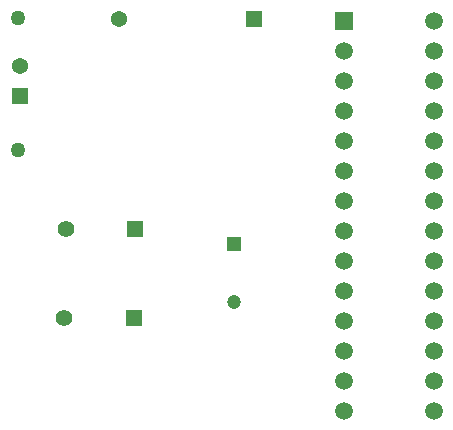
<source format=gbl>
G04*
G04 #@! TF.GenerationSoftware,Altium Limited,Altium Designer,24.2.2 (26)*
G04*
G04 Layer_Physical_Order=2*
G04 Layer_Color=16711680*
%FSLAX44Y44*%
%MOMM*%
G71*
G04*
G04 #@! TF.SameCoordinates,64B0A2ED-4F9C-458F-A6B1-0A69A07A9492*
G04*
G04*
G04 #@! TF.FilePolarity,Positive*
G04*
G01*
G75*
%ADD15C,1.3716*%
%ADD16R,1.3716X1.3716*%
%ADD19R,1.3716X1.3716*%
%ADD20C,1.3970*%
%ADD21R,1.3970X1.3970*%
%ADD26C,1.5000*%
%ADD27R,1.5000X1.5000*%
%ADD28R,1.2000X1.2000*%
%ADD29C,1.2000*%
%ADD30C,1.2700*%
D15*
X83820Y336550D02*
D03*
X167894Y375920D02*
D03*
D16*
X83820Y311150D02*
D03*
D19*
X281940Y375920D02*
D03*
D20*
X122616Y198120D02*
D03*
X121346Y123190D02*
D03*
D21*
X181610Y198120D02*
D03*
X180340Y123190D02*
D03*
D26*
X434340Y44450D02*
D03*
Y69850D02*
D03*
Y95250D02*
D03*
Y120650D02*
D03*
Y146050D02*
D03*
Y171450D02*
D03*
Y196850D02*
D03*
Y222250D02*
D03*
Y247650D02*
D03*
Y273050D02*
D03*
Y298450D02*
D03*
Y323850D02*
D03*
Y349250D02*
D03*
Y374650D02*
D03*
X358140Y44450D02*
D03*
Y69850D02*
D03*
Y95250D02*
D03*
Y120650D02*
D03*
Y146050D02*
D03*
Y171450D02*
D03*
Y196850D02*
D03*
Y222250D02*
D03*
Y247650D02*
D03*
Y273050D02*
D03*
Y298450D02*
D03*
Y323850D02*
D03*
Y349250D02*
D03*
D27*
Y374650D02*
D03*
D28*
X265430Y185690D02*
D03*
D29*
Y136890D02*
D03*
D30*
X82550Y377190D02*
D03*
Y265430D02*
D03*
M02*

</source>
